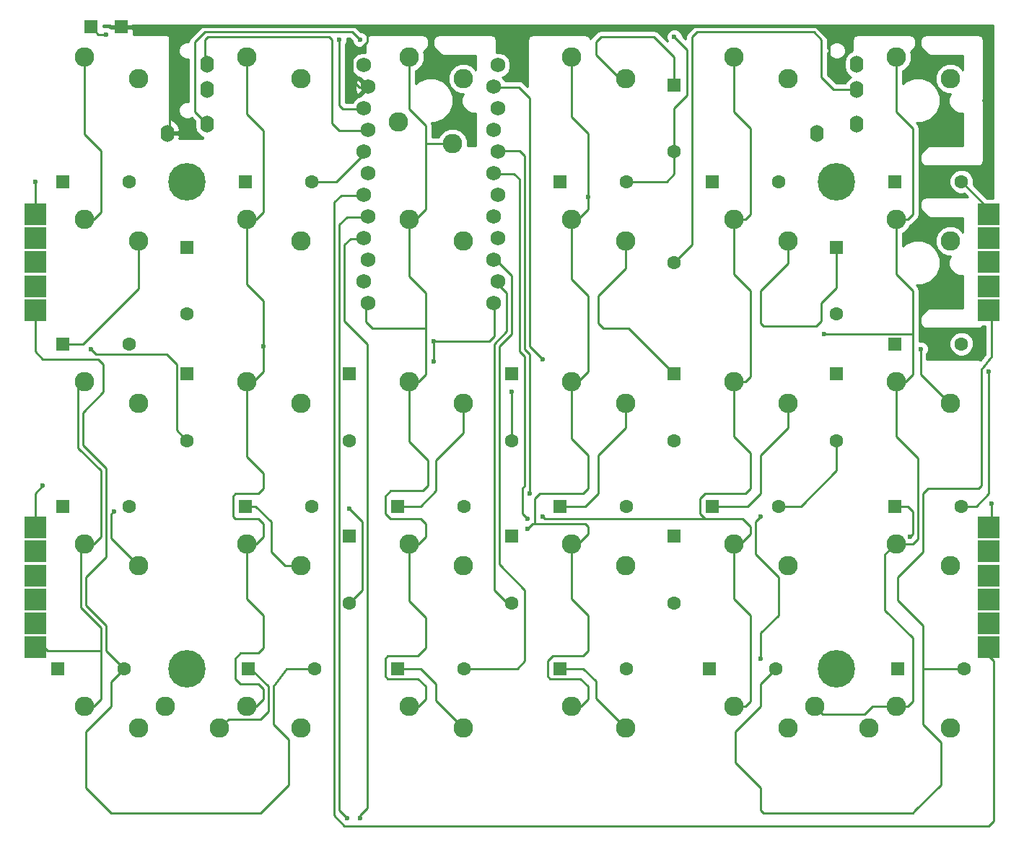
<source format=gtl>
G04 #@! TF.FileFunction,Copper,L1,Top,Signal*
%FSLAX46Y46*%
G04 Gerber Fmt 4.6, Leading zero omitted, Abs format (unit mm)*
G04 Created by KiCad (PCBNEW 4.0.7-e2-6376~58~ubuntu16.04.1) date Tue Jan  1 19:30:17 2019*
%MOMM*%
%LPD*%
G01*
G04 APERTURE LIST*
%ADD10C,0.100000*%
%ADD11C,2.286000*%
%ADD12R,1.600000X1.600000*%
%ADD13C,1.600000*%
%ADD14C,4.400000*%
%ADD15O,1.600000X2.000000*%
%ADD16R,2.500000X2.500000*%
%ADD17C,1.752600*%
%ADD18C,0.600000*%
%ADD19C,0.250000*%
%ADD20C,0.254000*%
G04 APERTURE END LIST*
D10*
D11*
X190341250Y-125888750D03*
X196691250Y-128428750D03*
X209391250Y-125888750D03*
X215741250Y-128428750D03*
D12*
X110995803Y-140494349D03*
D13*
X118795803Y-140494349D03*
D14*
X126206250Y-83343750D03*
X126206788Y-140494349D03*
X202407114Y-140494349D03*
X202406250Y-83343750D03*
D12*
X111590625Y-121443750D03*
D13*
X119390625Y-121443750D03*
D12*
X111590625Y-83343750D03*
D13*
X119390625Y-83343750D03*
D12*
X133021875Y-83343750D03*
D13*
X140821875Y-83343750D03*
D12*
X169931250Y-83343750D03*
D13*
X177731250Y-83343750D03*
D12*
X183357032Y-72002668D03*
D13*
X183357032Y-79802668D03*
D12*
X187790625Y-83343750D03*
D13*
X195590625Y-83343750D03*
D12*
X209221875Y-83343750D03*
D13*
X217021875Y-83343750D03*
D12*
X111590625Y-102393750D03*
D13*
X119390625Y-102393750D03*
D12*
X126206788Y-91052749D03*
D13*
X126206788Y-98852749D03*
D12*
X164306951Y-105935625D03*
D13*
X164306951Y-113735625D03*
D12*
X183357032Y-105935625D03*
D13*
X183357032Y-113735625D03*
D12*
X202407114Y-91052749D03*
D13*
X202407114Y-98852749D03*
D12*
X209222784Y-102394187D03*
D13*
X217022784Y-102394187D03*
D12*
X126206788Y-105935625D03*
D13*
X126206788Y-113735625D03*
D12*
X145256870Y-105935625D03*
D13*
X145256870Y-113735625D03*
D12*
X150881250Y-121443750D03*
D13*
X158681250Y-121443750D03*
D12*
X169931250Y-121443750D03*
D13*
X177731250Y-121443750D03*
D12*
X187790625Y-121443750D03*
D13*
X195590625Y-121443750D03*
D12*
X202407114Y-105935625D03*
D13*
X202407114Y-113735625D03*
D12*
X133022459Y-121444268D03*
D13*
X140822459Y-121444268D03*
D12*
X145256870Y-124985706D03*
D13*
X145256870Y-132785706D03*
D12*
X164306951Y-124985706D03*
D13*
X164306951Y-132785706D03*
D12*
X183357032Y-124985706D03*
D13*
X183357032Y-132785706D03*
D12*
X209222784Y-121444268D03*
D13*
X217022784Y-121444268D03*
D12*
X150881910Y-140494349D03*
D13*
X158681910Y-140494349D03*
D12*
X169931992Y-140494349D03*
D13*
X177731992Y-140494349D03*
D12*
X187493785Y-140494349D03*
D13*
X195293785Y-140494349D03*
D12*
X209520442Y-140494349D03*
D13*
X217320442Y-140494349D03*
D12*
X133320117Y-140494349D03*
D13*
X141120117Y-140494349D03*
D11*
X209391250Y-87788750D03*
X215741250Y-90328750D03*
X152241250Y-125888750D03*
X158591250Y-128428750D03*
X171291250Y-68738750D03*
X177641250Y-71278750D03*
X114141250Y-87788750D03*
X120491250Y-90328750D03*
X133191250Y-87788750D03*
X139541250Y-90328750D03*
X152241250Y-87788750D03*
X158591250Y-90328750D03*
X190341250Y-87788750D03*
X196691250Y-90328750D03*
X114141250Y-106838750D03*
X120491250Y-109378750D03*
X133191250Y-106838750D03*
X139541250Y-109378750D03*
X152241250Y-106838750D03*
X158591250Y-109378750D03*
X190341250Y-106838750D03*
X196691250Y-109378750D03*
X209391250Y-106838750D03*
X215741250Y-109378750D03*
X133191250Y-125888750D03*
X139541250Y-128428750D03*
X114141250Y-125888750D03*
X120491250Y-128428750D03*
X171291250Y-87788750D03*
X177641250Y-90328750D03*
X171291250Y-106838750D03*
X177641250Y-109378750D03*
X171291250Y-125888750D03*
X177641250Y-128428750D03*
X152241910Y-144939390D03*
X158591910Y-147479390D03*
X171291992Y-144939390D03*
X177641992Y-147479390D03*
X158591250Y-71278750D03*
X152241250Y-68738750D03*
X157321250Y-78898750D03*
X150971250Y-76358750D03*
X114141250Y-68738750D03*
X120491250Y-71278750D03*
X190341250Y-68738750D03*
X196691250Y-71278750D03*
X133191250Y-68738750D03*
X139541250Y-71278750D03*
X209391250Y-68738750D03*
X215741250Y-71278750D03*
D15*
X123906788Y-77677627D03*
X128506788Y-76577627D03*
X128506788Y-69577627D03*
X128506788Y-72577627D03*
X200107114Y-77677627D03*
X204707114Y-76577627D03*
X204707114Y-69577627D03*
X204707114Y-72577627D03*
D12*
X114895803Y-65186997D03*
X118467693Y-65186997D03*
D16*
X108347337Y-123969309D03*
X108347337Y-129569309D03*
X108347337Y-126769309D03*
X108347337Y-135169309D03*
X108347337Y-132369309D03*
X108347337Y-137969309D03*
X220266565Y-123969309D03*
X220266565Y-129569309D03*
X220266565Y-126769309D03*
X220266565Y-135169309D03*
X220266565Y-132369309D03*
X220266565Y-137969309D03*
X108347337Y-95619146D03*
X108347337Y-98419146D03*
X108347337Y-90019146D03*
X108347337Y-92819146D03*
X108347337Y-87219146D03*
X220266565Y-95619146D03*
X220266565Y-98419146D03*
X220266565Y-90019146D03*
X220266565Y-92819146D03*
X220266565Y-87219146D03*
D13*
X183357032Y-92869146D03*
D11*
X114141748Y-144939390D03*
X120491748Y-147479390D03*
X139541788Y-147479390D03*
X133191788Y-144939390D03*
X123666788Y-144939390D03*
X130016788Y-147479390D03*
X190342073Y-144939390D03*
X196692073Y-147479390D03*
X215742114Y-147479390D03*
X209392114Y-144939390D03*
X199867114Y-144939390D03*
X206217114Y-147479390D03*
D17*
X146926400Y-69705000D03*
X147383600Y-72245000D03*
X146926400Y-74785000D03*
X147383600Y-77325000D03*
X146926400Y-79865000D03*
X147383600Y-82405000D03*
X146926400Y-84945000D03*
X147383600Y-87485000D03*
X146926400Y-90025000D03*
X147383600Y-92565000D03*
X146926400Y-95105000D03*
X162166400Y-97645000D03*
X162623600Y-95105000D03*
X162166400Y-92565000D03*
X162623600Y-90025000D03*
X162166400Y-87485000D03*
X162623600Y-84945000D03*
X162166400Y-82405000D03*
X162623600Y-79865000D03*
X162166400Y-77325000D03*
X162623600Y-74785000D03*
X162166400Y-72245000D03*
X147383600Y-97645000D03*
X162623600Y-69705000D03*
D18*
X108347337Y-83344106D03*
X183357032Y-66377627D03*
X164306951Y-108049680D03*
X108347337Y-90019146D03*
X220564222Y-90019146D03*
X155079568Y-102096529D03*
X155079568Y-104477790D03*
X108347337Y-92819146D03*
X114895803Y-102989502D03*
X220564222Y-92819146D03*
X193477388Y-122634898D03*
X193477388Y-139303719D03*
X145256870Y-121741926D03*
X108347337Y-95619146D03*
X220266565Y-105668420D03*
X220564222Y-95619146D03*
X117574720Y-122039583D03*
X201514141Y-69651860D03*
X135136514Y-102691844D03*
X108942652Y-135136514D03*
X108347337Y-132369309D03*
X173236677Y-85130051D03*
X108347337Y-129569309D03*
X166092896Y-124123186D03*
X108347337Y-126769309D03*
X167878841Y-122634898D03*
X116681748Y-66079969D03*
X144066240Y-66675284D03*
X212229812Y-102989502D03*
X211039182Y-125016158D03*
X109240310Y-119063008D03*
X200918826Y-101203557D03*
X220266565Y-135169309D03*
X144959212Y-158056143D03*
X220266565Y-132369309D03*
X146447500Y-158056143D03*
X220266565Y-129569309D03*
X166092896Y-122932556D03*
X220564222Y-126769309D03*
X166390554Y-119955981D03*
X220564222Y-121146611D03*
X167878841Y-104180132D03*
X146447500Y-66675284D03*
D19*
X140821875Y-83343750D02*
X143685636Y-83343750D01*
X143685636Y-83343750D02*
X147161910Y-79867476D01*
X183357032Y-79802668D02*
X183357032Y-82451134D01*
X182464416Y-83343750D02*
X177731250Y-83343750D01*
X183357032Y-82451134D02*
X182464416Y-83343750D01*
X108347337Y-87219146D02*
X108347337Y-83344106D01*
X183357032Y-74712038D02*
X183357032Y-79802668D01*
X184845320Y-67865915D02*
X184845320Y-73223750D01*
X184845320Y-73223750D02*
X183357032Y-74712038D01*
X183357032Y-66377627D02*
X184845320Y-67865915D01*
X119390625Y-83343750D02*
X119390625Y-83909461D01*
X220564222Y-87219146D02*
X220564222Y-86886097D01*
X220564222Y-86886097D02*
X217021875Y-83343750D01*
X177641250Y-71278750D02*
X176947169Y-71278750D01*
X176947169Y-71278750D02*
X174129649Y-68461230D01*
X174129649Y-68461230D02*
X174129649Y-66972942D01*
X174129649Y-66972942D02*
X174724964Y-66377627D01*
X174724964Y-66377627D02*
X180975772Y-66377627D01*
X180975772Y-66377627D02*
X183357032Y-68758887D01*
X183357032Y-68758887D02*
X183357032Y-72002668D01*
X164306951Y-108049680D02*
X164306951Y-113735625D01*
X111590625Y-102393750D02*
X114003268Y-102393750D01*
X120491250Y-95905768D02*
X120491250Y-90328750D01*
X114003268Y-102393750D02*
X120491250Y-95905768D01*
X183357032Y-105935625D02*
X183326581Y-105935625D01*
X183326581Y-105935625D02*
X177999198Y-100608242D01*
X177999198Y-100608242D02*
X175022622Y-100608242D01*
X175022622Y-100608242D02*
X174427307Y-100012927D01*
X174427307Y-100012927D02*
X174427307Y-96738694D01*
X174427307Y-96738694D02*
X177641250Y-93524751D01*
X177641250Y-93524751D02*
X177641250Y-90328750D01*
X202407114Y-91052749D02*
X202407114Y-95845721D01*
X196691250Y-92929517D02*
X196691250Y-90328750D01*
X193477388Y-96143379D02*
X196691250Y-92929517D01*
X193477388Y-100012927D02*
X193477388Y-96143379D01*
X193775045Y-100310584D02*
X193477388Y-100012927D01*
X200025853Y-100310584D02*
X193775045Y-100310584D01*
X200621168Y-99715269D02*
X200025853Y-100310584D01*
X200621168Y-97631667D02*
X200621168Y-99715269D01*
X202407114Y-95845721D02*
X200621168Y-97631667D01*
X161628033Y-102096529D02*
X155079568Y-102096529D01*
X155079568Y-102096529D02*
X155079568Y-104477790D01*
X126206788Y-113735625D02*
X125016158Y-112544995D01*
X125016158Y-104775447D02*
X125016158Y-112544995D01*
X123825528Y-103584818D02*
X125016158Y-104775447D01*
X114895803Y-102989502D02*
X115491118Y-103584817D01*
X115491118Y-103584817D02*
X123825528Y-103584818D01*
X195590625Y-121443750D02*
X198240427Y-121443750D01*
X202407114Y-117277063D02*
X202407114Y-113735625D01*
X198240427Y-121443750D02*
X202407114Y-117277063D01*
X162223348Y-101501214D02*
X161628033Y-102096529D01*
X162401910Y-97647476D02*
X162401910Y-98048420D01*
X162401910Y-98048420D02*
X162223348Y-98226982D01*
X162223348Y-98226982D02*
X162223348Y-100012927D01*
X162223348Y-100012927D02*
X162223348Y-101501214D01*
X150881250Y-121443750D02*
X153591798Y-121443750D01*
X158591250Y-112872408D02*
X158591250Y-109378750D01*
X155377225Y-116086433D02*
X158591250Y-112872408D01*
X155377225Y-119658323D02*
X155377225Y-116086433D01*
X153591798Y-121443750D02*
X155377225Y-119658323D01*
X169931250Y-121443750D02*
X172939537Y-121443750D01*
X177641250Y-112277174D02*
X177641250Y-109378750D01*
X174427307Y-115491117D02*
X177641250Y-112277174D01*
X174427307Y-119955980D02*
X174427307Y-115491117D01*
X172939537Y-121443750D02*
X174427307Y-119955980D01*
X187790625Y-121443750D02*
X191989619Y-121443750D01*
X196691250Y-112277256D02*
X196691250Y-109378750D01*
X193477388Y-115491118D02*
X196691250Y-112277256D01*
X193477388Y-119955981D02*
X193477388Y-115491118D01*
X191989619Y-121443750D02*
X193477388Y-119955981D01*
X162401910Y-95107476D02*
X162401910Y-95131310D01*
X162401910Y-95131310D02*
X163711636Y-96441036D01*
X163711636Y-96441036D02*
X163711636Y-100905899D01*
X163711636Y-100905899D02*
X162223348Y-102394187D01*
X162223348Y-102394187D02*
X162223348Y-131266966D01*
X162223348Y-131266966D02*
X163742088Y-132785706D01*
X163742088Y-132785706D02*
X164306951Y-132785706D01*
X192882073Y-123230213D02*
X192882073Y-127099761D01*
X193477388Y-122634898D02*
X192882073Y-123230213D01*
X193477388Y-136327144D02*
X193477388Y-139303719D01*
X195560991Y-134243541D02*
X193477388Y-136327144D01*
X195560991Y-129778679D02*
X195560991Y-134243541D01*
X192882073Y-127099761D02*
X195560991Y-129778679D01*
X146745157Y-131297419D02*
X145256870Y-132785706D01*
X146745157Y-123230213D02*
X146745157Y-131297419D01*
X145256870Y-121741926D02*
X146745157Y-123230213D01*
X217022784Y-121444268D02*
X218778278Y-121444268D01*
X220266565Y-119955981D02*
X218778278Y-121444268D01*
X220266565Y-119955981D02*
X220266565Y-105668420D01*
X117574720Y-122039583D02*
X117277063Y-122337240D01*
X117277063Y-122337240D02*
X117277063Y-125214563D01*
X117277063Y-125214563D02*
X120491250Y-128428750D01*
X133022459Y-121444268D02*
X134243541Y-121444268D01*
X137656133Y-128428750D02*
X139541250Y-128428750D01*
X136029487Y-126802104D02*
X137656133Y-128428750D01*
X136029487Y-123230214D02*
X136029487Y-126802104D01*
X134243541Y-121444268D02*
X136029487Y-123230214D01*
X201514141Y-68758887D02*
X201514141Y-69651860D01*
X118467693Y-65186997D02*
X124123186Y-65186997D01*
X147340472Y-65186997D02*
X147333442Y-65186997D01*
X200025853Y-65186997D02*
X201514141Y-66675285D01*
X147340472Y-65186997D02*
X200025853Y-65186997D01*
X201514141Y-68758887D02*
X201514141Y-66675285D01*
X147333442Y-65186997D02*
X147340472Y-66972942D01*
X147340472Y-66972942D02*
X147340472Y-66972941D01*
X200323511Y-77461230D02*
X200107114Y-77677627D01*
X147161910Y-72247476D02*
X146364199Y-72247476D01*
X124123186Y-66675284D02*
X124123186Y-77461229D01*
X147340472Y-65186997D02*
X124123186Y-65186997D01*
X124123186Y-65186997D02*
X124123186Y-66675284D01*
X147343987Y-66976457D02*
X147340472Y-66972942D01*
X146364199Y-72247476D02*
X145554527Y-71437805D01*
X145554527Y-71437805D02*
X145554527Y-68758887D01*
X145554527Y-68758887D02*
X145554527Y-68758887D01*
X145554527Y-68758887D02*
X147343987Y-66976457D01*
X124123186Y-77461229D02*
X123906788Y-77677627D01*
X143173267Y-68163572D02*
X143173267Y-67568257D01*
X147161910Y-77327476D02*
X144002761Y-77327476D01*
X144002761Y-77327476D02*
X143173267Y-76497982D01*
X143173267Y-76497982D02*
X143173267Y-68163572D01*
X128290391Y-66675284D02*
X128290391Y-69361230D01*
X128588049Y-66377627D02*
X128290391Y-66675284D01*
X142875610Y-66377627D02*
X128588049Y-66377627D01*
X143173267Y-66675284D02*
X142875610Y-66377627D01*
X143173267Y-68163572D02*
X143173267Y-66675284D01*
X128290391Y-69361230D02*
X128506788Y-69577627D01*
X114141250Y-68738750D02*
X114141250Y-77827033D01*
X116086433Y-86915996D02*
X115213679Y-87788750D01*
X116086433Y-79772216D02*
X116086433Y-86915996D01*
X114141250Y-77827033D02*
X116086433Y-79772216D01*
X115213679Y-87788750D02*
X114141250Y-87788750D01*
X114141250Y-125888750D02*
X115213841Y-125888750D01*
X115213841Y-125888750D02*
X116086433Y-125016158D01*
X113407515Y-114598145D02*
X113407515Y-107572485D01*
X116086433Y-117277063D02*
X113407515Y-114598145D01*
X116086433Y-125016158D02*
X116086433Y-117277063D01*
X113407515Y-107572485D02*
X114141250Y-106838750D01*
X108347337Y-137969309D02*
X109394187Y-137969309D01*
X109394187Y-137969309D02*
X109835625Y-138410747D01*
X109835625Y-138410747D02*
X116086433Y-138410747D01*
X114141748Y-144939390D02*
X115213282Y-144939390D01*
X115213282Y-144939390D02*
X116086433Y-144066239D01*
X116086433Y-144066239D02*
X116086433Y-138410747D01*
X116086433Y-138410747D02*
X116086433Y-135731829D01*
X116086433Y-135731829D02*
X113705173Y-133350569D01*
X113705173Y-133350569D02*
X113705173Y-126324827D01*
X113705173Y-126324827D02*
X114141250Y-125888750D01*
X133191250Y-106838750D02*
X133966184Y-106838750D01*
X133966184Y-106838750D02*
X135136514Y-105668420D01*
X133191250Y-95388745D02*
X133191250Y-87788750D01*
X135136514Y-97334009D02*
X133191250Y-95388745D01*
X135136514Y-105668420D02*
X135136514Y-102691844D01*
X135136514Y-102691844D02*
X135136514Y-97334009D01*
X133191250Y-87788750D02*
X134263760Y-87788750D01*
X134263760Y-87788750D02*
X135136514Y-86915996D01*
X135136514Y-86915996D02*
X135136514Y-77390956D01*
X135136514Y-77390956D02*
X133191250Y-75445692D01*
X133191250Y-75445692D02*
X133191250Y-68738750D01*
X133191829Y-144939390D02*
X134263364Y-144939390D01*
X134263364Y-144939390D02*
X135136514Y-144066240D01*
X133191250Y-132298277D02*
X133191250Y-125888750D01*
X135136514Y-134243541D02*
X133191250Y-132298277D01*
X135136514Y-144066240D02*
X135136514Y-142875610D01*
X135136514Y-142875610D02*
X134541199Y-142280295D01*
X134541199Y-142280295D02*
X132457596Y-142280295D01*
X132457596Y-142280295D02*
X131862281Y-141684980D01*
X131862281Y-141684980D02*
X131862281Y-139303719D01*
X131862281Y-139303719D02*
X132457596Y-138708404D01*
X132457596Y-138708404D02*
X134541199Y-138708404D01*
X134541199Y-138708404D02*
X135136514Y-138113089D01*
X135136514Y-138113089D02*
X135136514Y-134243541D01*
X133191250Y-106838750D02*
X133191250Y-115629456D01*
X135136514Y-125016158D02*
X134263922Y-125888750D01*
X135136514Y-123527871D02*
X135136514Y-125016158D01*
X134541199Y-122932556D02*
X135136514Y-123527871D01*
X131862281Y-122932556D02*
X134541199Y-122932556D01*
X131564624Y-122634899D02*
X131862281Y-122932556D01*
X131564624Y-120253638D02*
X131564624Y-122634899D01*
X131862281Y-119955981D02*
X131564624Y-120253638D01*
X134541199Y-119955981D02*
X131862281Y-119955981D01*
X135136514Y-119360666D02*
X134541199Y-119955981D01*
X135136514Y-117574720D02*
X135136514Y-119360666D01*
X133191250Y-115629456D02*
X135136514Y-117574720D01*
X134263922Y-125888750D02*
X133191250Y-125888750D01*
X152241250Y-125888750D02*
X153314003Y-125888750D01*
X153314003Y-125888750D02*
X154186595Y-125016158D01*
X152241250Y-113843430D02*
X152241250Y-106838750D01*
X154484253Y-116086433D02*
X152241250Y-113843430D01*
X154484253Y-119063008D02*
X154484253Y-116086433D01*
X153888938Y-119658323D02*
X154484253Y-119063008D01*
X150019390Y-119658323D02*
X153888938Y-119658323D01*
X149424075Y-120253638D02*
X150019390Y-119658323D01*
X149424075Y-122337241D02*
X149424075Y-120253638D01*
X150019390Y-122932556D02*
X149424075Y-122337241D01*
X153591280Y-122932556D02*
X150019390Y-122932556D01*
X154186595Y-123527871D02*
X153591280Y-122932556D01*
X154186595Y-125016158D02*
X154186595Y-123527871D01*
X157321250Y-78898750D02*
X154186595Y-78898750D01*
X154186595Y-78898750D02*
X154186595Y-79176900D01*
X152241250Y-87788750D02*
X153016183Y-87788750D01*
X153016183Y-87788750D02*
X154186595Y-86618338D01*
X152241250Y-74850295D02*
X152241250Y-68738750D01*
X154186595Y-76795640D02*
X152241250Y-74850295D01*
X154186595Y-86618338D02*
X154186595Y-79176900D01*
X154186595Y-79176900D02*
X154186595Y-76795640D01*
X152241250Y-106838750D02*
X153313922Y-106838750D01*
X153313922Y-106838750D02*
X154186595Y-105966077D01*
X152241250Y-94495691D02*
X152241250Y-87788750D01*
X152241910Y-144939390D02*
X153313445Y-144939390D01*
X153313445Y-144939390D02*
X154186595Y-144066240D01*
X152241250Y-132595853D02*
X152241250Y-125888750D01*
X154186595Y-134541198D02*
X152241250Y-132595853D01*
X154186595Y-138113089D02*
X154186595Y-134541198D01*
X153293622Y-139006062D02*
X154186595Y-138113089D01*
X149721733Y-139006062D02*
X153293622Y-139006062D01*
X149424075Y-139303720D02*
X149721733Y-139006062D01*
X149424075Y-141387322D02*
X149424075Y-139303720D01*
X149721733Y-141684980D02*
X149424075Y-141387322D01*
X153293623Y-141684980D02*
X149721733Y-141684980D01*
X154186595Y-142577952D02*
X153293623Y-141684980D01*
X154186595Y-144066240D02*
X154186595Y-142577952D01*
X154186595Y-105966077D02*
X154186595Y-100608242D01*
X154186595Y-96441036D02*
X152241250Y-94495691D01*
X147161910Y-97647476D02*
X147161910Y-99834365D01*
X147935787Y-100608242D02*
X154186595Y-100608242D01*
X147161910Y-99834365D02*
X147935787Y-100608242D01*
X154186595Y-100608242D02*
X154186595Y-96441036D01*
X171291250Y-87788750D02*
X172066265Y-87788750D01*
X172066265Y-87788750D02*
X173236677Y-86618338D01*
X171291250Y-75743186D02*
X171291250Y-68738750D01*
X173236677Y-77688613D02*
X171291250Y-75743186D01*
X173236677Y-86618338D02*
X173236677Y-85130051D01*
X173236677Y-85130051D02*
X173236677Y-77688613D01*
X171291250Y-106838750D02*
X172066347Y-106838750D01*
X172066347Y-106838750D02*
X173236677Y-105668420D01*
X173236677Y-105668420D02*
X173236677Y-100608242D01*
X171291250Y-94793267D02*
X171291250Y-87788750D01*
X173236677Y-100608242D02*
X173236677Y-96738694D01*
X173236677Y-96738694D02*
X171291250Y-94793267D01*
X171291992Y-144939390D02*
X172363527Y-144939390D01*
X172363527Y-144939390D02*
X173236677Y-144066240D01*
X171291250Y-132298115D02*
X171291250Y-125888750D01*
X173236677Y-134243542D02*
X171291250Y-132298115D01*
X173236677Y-138410747D02*
X173236677Y-134243542D01*
X172641362Y-139006062D02*
X173236677Y-138410747D01*
X169069471Y-139006062D02*
X172641362Y-139006062D01*
X168474156Y-139601377D02*
X169069471Y-139006062D01*
X168474156Y-141387322D02*
X168474156Y-139601377D01*
X168771814Y-141684980D02*
X168474156Y-141387322D01*
X172343705Y-141684980D02*
X168771814Y-141684980D01*
X173236677Y-142577952D02*
X172343705Y-141684980D01*
X173236677Y-144066240D02*
X173236677Y-142577952D01*
X166688211Y-123527871D02*
X166985869Y-123527871D01*
X166092896Y-124123186D02*
X166688211Y-123527871D01*
X172065869Y-144939390D02*
X171291992Y-144939390D01*
X173236677Y-115491118D02*
X173236677Y-119360666D01*
X171291250Y-106838750D02*
X171291250Y-113545691D01*
X173236677Y-115491118D02*
X171291250Y-113545691D01*
X173236677Y-124718500D02*
X172066427Y-125888750D01*
X173236677Y-123825528D02*
X173236677Y-124718500D01*
X172939020Y-123527871D02*
X173236677Y-123825528D01*
X166985869Y-123527871D02*
X172939020Y-123527871D01*
X166985869Y-120551295D02*
X166985869Y-123527871D01*
X167581184Y-119955981D02*
X166985869Y-120551295D01*
X172641362Y-119955981D02*
X167581184Y-119955981D01*
X173236677Y-119360666D02*
X172641362Y-119955981D01*
X171291250Y-125888750D02*
X172066427Y-125888750D01*
X186928923Y-122932556D02*
X168176499Y-122932556D01*
X167878842Y-122634898D02*
X167878841Y-122634898D01*
X168176499Y-122932556D02*
X167878842Y-122634898D01*
X190341250Y-106838750D02*
X190341250Y-113247953D01*
X192286758Y-124718501D02*
X191116509Y-125888750D01*
X192286758Y-123825528D02*
X192286758Y-124718501D01*
X191393786Y-122932556D02*
X192286758Y-123825528D01*
X186928923Y-122932556D02*
X191393786Y-122932556D01*
X186333608Y-122337241D02*
X186928923Y-122932556D01*
X186333608Y-120551296D02*
X186333608Y-122337241D01*
X186928923Y-119955981D02*
X186333608Y-120551296D01*
X191691443Y-119955981D02*
X186928923Y-119955981D01*
X192286758Y-119360666D02*
X191691443Y-119955981D01*
X192286758Y-115193461D02*
X192286758Y-119360666D01*
X190341250Y-113247953D02*
X192286758Y-115193461D01*
X191116509Y-125888750D02*
X190341250Y-125888750D01*
X190341250Y-125888750D02*
X190341250Y-132298034D01*
X191711265Y-144939390D02*
X190342073Y-144939390D01*
X192286758Y-144363897D02*
X191711265Y-144939390D01*
X192286758Y-134243542D02*
X192286758Y-144363897D01*
X190341250Y-132298034D02*
X192286758Y-134243542D01*
X190341250Y-87788750D02*
X190341250Y-94197871D01*
X191711743Y-106838750D02*
X190341250Y-106838750D01*
X192286758Y-106263735D02*
X191711743Y-106838750D01*
X192286758Y-96143379D02*
X192286758Y-106263735D01*
X190341250Y-94197871D02*
X192286758Y-96143379D01*
X190341250Y-68738750D02*
X190341250Y-75147790D01*
X191711661Y-87788750D02*
X190341250Y-87788750D01*
X192286758Y-87213653D02*
X191711661Y-87788750D01*
X192286758Y-77093298D02*
X192286758Y-87213653D01*
X190341250Y-75147790D02*
X192286758Y-77093298D01*
X147161910Y-74787476D02*
X144439336Y-74787476D01*
X116681748Y-66079969D02*
X115788775Y-66079969D01*
X144066240Y-74414380D02*
X144066240Y-66675284D01*
X144439336Y-74787476D02*
X144066240Y-74414380D01*
X115788775Y-66079969D02*
X114895803Y-65186997D01*
X215741250Y-109378750D02*
X215642485Y-109378750D01*
X215642485Y-109378750D02*
X212229812Y-105966077D01*
X212229812Y-105966077D02*
X212229812Y-102989502D01*
X209222784Y-121444268D02*
X210741524Y-121444268D01*
X211336840Y-122039584D02*
X211336839Y-124718501D01*
X211336839Y-124718501D02*
X211039182Y-125016158D01*
X210741524Y-121444268D02*
X211336840Y-122039584D01*
X209392114Y-144939390D02*
X206594141Y-144939390D01*
X200779909Y-145852185D02*
X199867114Y-144939390D01*
X205681346Y-145852185D02*
X200779909Y-145852185D01*
X206594141Y-144939390D02*
X205681346Y-145852185D01*
X108347337Y-123969309D02*
X108347337Y-119955981D01*
X108347337Y-119955981D02*
X109240310Y-119063008D01*
X200918826Y-101203557D02*
X201811799Y-101203557D01*
X201811799Y-101203557D02*
X211336839Y-101203557D01*
X209391250Y-106838750D02*
X209391250Y-113247871D01*
X209391250Y-113247871D02*
X211932154Y-115788776D01*
X211932154Y-115788776D02*
X211932154Y-125313816D01*
X211932154Y-125313816D02*
X211336839Y-125909131D01*
X211336839Y-125909131D02*
X209391250Y-125888750D01*
X209391250Y-125888750D02*
X208062606Y-127099762D01*
X208062606Y-127099762D02*
X208062606Y-133648226D01*
X210761346Y-144939390D02*
X209392154Y-144939390D01*
X211336839Y-144363897D02*
X210761346Y-144939390D01*
X211336839Y-136922459D02*
X211336839Y-144363897D01*
X208062606Y-133648226D02*
X211336839Y-136922459D01*
X209391250Y-87788750D02*
X209391250Y-94197790D01*
X209391250Y-94197790D02*
X211336839Y-96143379D01*
X211336839Y-96143379D02*
X211336839Y-101203557D01*
X211336839Y-101203557D02*
X211336839Y-105966077D01*
X211336839Y-105966077D02*
X210464166Y-106838750D01*
X210464166Y-106838750D02*
X209391250Y-106838750D01*
X209391250Y-68738750D02*
X209391250Y-75147709D01*
X210761742Y-87788750D02*
X209391250Y-87788750D01*
X211336839Y-87213653D02*
X210761742Y-87788750D01*
X211336839Y-77093298D02*
X211336839Y-87213653D01*
X209391250Y-75147709D02*
X211336839Y-77093298D01*
X114300488Y-154484253D02*
X114300488Y-147935787D01*
X117277063Y-157460828D02*
X114300488Y-154484253D01*
X134838857Y-157460828D02*
X117277063Y-157460828D01*
X135136514Y-157163171D02*
X134838857Y-157460828D01*
X138113089Y-154186595D02*
X135136514Y-157163171D01*
X138113089Y-151507677D02*
X138113089Y-154186595D01*
X138113089Y-148828760D02*
X138113089Y-151507677D01*
X136327144Y-147042815D02*
X138113089Y-148828760D01*
X136327144Y-142577952D02*
X136327144Y-147042815D01*
X114300488Y-147935787D02*
X117277063Y-144959212D01*
X136327144Y-142577952D02*
X136327144Y-142577952D01*
X137815432Y-140494349D02*
X136327144Y-142577952D01*
X141120117Y-140494349D02*
X137815432Y-140494349D01*
X117277063Y-142013089D02*
X118795803Y-140494349D01*
X117277063Y-144959212D02*
X117277063Y-142013089D01*
X162401910Y-92567476D02*
X162516993Y-92567476D01*
X162516993Y-92567476D02*
X164306951Y-94357434D01*
X164306951Y-94357434D02*
X164306951Y-101203556D01*
X164306951Y-101203556D02*
X162818663Y-102691844D01*
X162818663Y-102691844D02*
X162818663Y-128290390D01*
X162818663Y-128290390D02*
X165795239Y-131266966D01*
X165795239Y-131266966D02*
X165795239Y-139601376D01*
X165795239Y-139601376D02*
X164902266Y-140494349D01*
X164902266Y-140494349D02*
X158681910Y-140494349D01*
X212527469Y-140494349D02*
X212527469Y-147042815D01*
X193477388Y-142310746D02*
X195293785Y-140494349D01*
X193477388Y-144959212D02*
X193477388Y-142310746D01*
X190500813Y-147935787D02*
X193477388Y-144959212D01*
X190500813Y-151507678D02*
X190500813Y-147935787D01*
X193477388Y-154484253D02*
X190500813Y-151507678D01*
X193477388Y-157163171D02*
X193477388Y-154484253D01*
X193775045Y-157460828D02*
X193477388Y-157163171D01*
X211336839Y-157460828D02*
X193775045Y-157460828D01*
X211634497Y-157163170D02*
X211336839Y-157460828D01*
X214611072Y-154186595D02*
X211634497Y-157163170D01*
X214611072Y-153888938D02*
X214611072Y-154186595D01*
X214611072Y-149126418D02*
X214611072Y-153888938D01*
X212527469Y-147042815D02*
X214611072Y-149126418D01*
X108347337Y-98419146D02*
X108347337Y-103287159D01*
X116384090Y-108049680D02*
X114002830Y-110430940D01*
X116384090Y-104775447D02*
X116384090Y-108049680D01*
X115788775Y-104180132D02*
X116384090Y-104775447D01*
X114002830Y-110430940D02*
X114002830Y-114300488D01*
X114002830Y-114300488D02*
X116681748Y-116979405D01*
X116681748Y-116979405D02*
X116681748Y-127397419D01*
X116681748Y-127397419D02*
X114300488Y-129778679D01*
X114300488Y-129778679D02*
X114300488Y-133052912D01*
X114300488Y-133052912D02*
X116681748Y-135434172D01*
X116681748Y-135434172D02*
X116681748Y-138380294D01*
X116681748Y-138380294D02*
X118795803Y-140494349D01*
X109240310Y-104180132D02*
X115788775Y-104180132D01*
X108347337Y-103287159D02*
X109240310Y-104180132D01*
X220564222Y-98419146D02*
X220564222Y-103882474D01*
X220564222Y-103882474D02*
X219373592Y-105370762D01*
X219373592Y-105370762D02*
X219373592Y-119063008D01*
X209550894Y-129778679D02*
X209550894Y-132457596D01*
X212527469Y-126802104D02*
X209550894Y-129778679D01*
X212527469Y-119955981D02*
X212527469Y-126802104D01*
X213122784Y-119360666D02*
X212527469Y-119955981D01*
X219075935Y-119360666D02*
X213122784Y-119360666D01*
X219373592Y-119063008D02*
X219075935Y-119360666D01*
X209550894Y-132457596D02*
X212527469Y-135434172D01*
X212527469Y-135434172D02*
X212527469Y-140494349D01*
X212527469Y-140494349D02*
X217320442Y-140494349D01*
X133320117Y-140494349D02*
X133648226Y-140494349D01*
X133648226Y-140494349D02*
X135731829Y-142577952D01*
X131048678Y-146447500D02*
X130016788Y-147479390D01*
X134838857Y-146447500D02*
X131048678Y-146447500D01*
X135731829Y-145554528D02*
X134838857Y-146447500D01*
X135731829Y-142577952D02*
X135731829Y-145554528D01*
X150881910Y-140494349D02*
X153591280Y-140494349D01*
X155377225Y-144264705D02*
X158591910Y-147479390D01*
X155377225Y-142280294D02*
X155377225Y-144264705D01*
X153591280Y-140494349D02*
X155377225Y-142280294D01*
X169931992Y-140494349D02*
X172641361Y-140494349D01*
X174129649Y-143967047D02*
X177641992Y-147479390D01*
X174129649Y-141982637D02*
X174129649Y-143967047D01*
X172641361Y-140494349D02*
X174129649Y-141982637D01*
X204707114Y-72577627D02*
X202058648Y-72577627D01*
X202058648Y-72577627D02*
X200621168Y-71140147D01*
X200621168Y-71140147D02*
X200621168Y-66675284D01*
X200621168Y-66675284D02*
X199728196Y-65782312D01*
X199728196Y-65782312D02*
X186035950Y-65782312D01*
X186035950Y-65782312D02*
X185440635Y-66377627D01*
X185440635Y-66377627D02*
X185440635Y-90785543D01*
X185440635Y-90785543D02*
X183357032Y-92869146D01*
X220266565Y-137969309D02*
X220266565Y-139006062D01*
X220266565Y-139006062D02*
X220861880Y-139601377D01*
X220861880Y-139601377D02*
X220861880Y-158353801D01*
X220861880Y-158353801D02*
X220266565Y-158949116D01*
X220266565Y-158949116D02*
X144661555Y-158949116D01*
X144661555Y-158949116D02*
X143470925Y-157758486D01*
X143470925Y-157758486D02*
X143470925Y-85725365D01*
X143470925Y-85725365D02*
X144248814Y-84947476D01*
X144248814Y-84947476D02*
X147161910Y-84947476D01*
X147161910Y-87487476D02*
X144983047Y-87487476D01*
X144066240Y-88404283D02*
X144983047Y-87487476D01*
X144066240Y-157163171D02*
X144066240Y-88404283D01*
X144959212Y-158056143D02*
X144066240Y-157163171D01*
X147161910Y-90027476D02*
X145419622Y-90027476D01*
X144661555Y-90785543D02*
X145419622Y-90027476D01*
X144661555Y-99715269D02*
X144661555Y-90785543D01*
X147340472Y-102394186D02*
X144661555Y-99715269D01*
X146447500Y-157758485D02*
X147340472Y-156865513D01*
X147340472Y-156865513D02*
X147340472Y-102394186D01*
X146447500Y-158056143D02*
X146447500Y-157758485D01*
X162401910Y-82407476D02*
X164560952Y-82407476D01*
X165199924Y-83046448D02*
X164560952Y-82407476D01*
X165795239Y-103882474D02*
X165199924Y-103287159D01*
X165199924Y-103287159D02*
X165199924Y-83046448D01*
X166092896Y-122932556D02*
X165497581Y-122337241D01*
X165497581Y-122337241D02*
X165497581Y-119360666D01*
X165497581Y-119360666D02*
X165795239Y-119063008D01*
X165795239Y-119063008D02*
X165795239Y-103882474D01*
X162497171Y-79772215D02*
X165199924Y-79772215D01*
X166390554Y-118765350D02*
X166390554Y-119955981D01*
X166390554Y-118765350D02*
X166390554Y-118765350D01*
X165795239Y-80367530D02*
X165795239Y-102989501D01*
X165795239Y-102989501D02*
X166390554Y-103584816D01*
X166390554Y-103584816D02*
X166390554Y-118765350D01*
X165199924Y-79772215D02*
X165795239Y-80367530D01*
X162497171Y-79772215D02*
X162401910Y-79867476D01*
X220564222Y-123969309D02*
X220564222Y-121146611D01*
X165116623Y-72247476D02*
X162401910Y-72247476D01*
X166390554Y-73521407D02*
X165116623Y-72247476D01*
X167878841Y-104180132D02*
X166390554Y-102691844D01*
X166390554Y-102691844D02*
X166390554Y-73521407D01*
X127099761Y-75170600D02*
X128506788Y-76577627D01*
X127099761Y-66972942D02*
X127099761Y-75170600D01*
X128290391Y-65782312D02*
X127099761Y-66972942D01*
X145554527Y-65782312D02*
X128290391Y-65782312D01*
X146447500Y-66675284D02*
X145554527Y-65782312D01*
D20*
G36*
X117191443Y-65059997D02*
X118340693Y-65059997D01*
X118340693Y-65039997D01*
X118594693Y-65039997D01*
X118594693Y-65059997D01*
X119743943Y-65059997D01*
X119825190Y-64978750D01*
X220771250Y-64978750D01*
X220771250Y-85321706D01*
X220074633Y-85321706D01*
X218435131Y-83682204D01*
X218456625Y-83630441D01*
X218457123Y-83059563D01*
X218239118Y-82531950D01*
X217835798Y-82127926D01*
X217308566Y-81909000D01*
X216737688Y-81908502D01*
X216210075Y-82126507D01*
X215806051Y-82529827D01*
X215587125Y-83057059D01*
X215586627Y-83627937D01*
X215804632Y-84155550D01*
X216207952Y-84559574D01*
X216735184Y-84778500D01*
X217306062Y-84778998D01*
X217360024Y-84756701D01*
X217762073Y-85158750D01*
X212931250Y-85158750D01*
X212659545Y-85212796D01*
X212429204Y-85366704D01*
X212275296Y-85597045D01*
X212221250Y-85868750D01*
X212221250Y-86368750D01*
X212275296Y-86640455D01*
X212429204Y-86870796D01*
X212929204Y-87370796D01*
X213159545Y-87524704D01*
X213431250Y-87578750D01*
X217221250Y-87578750D01*
X217221250Y-89294667D01*
X216749721Y-88822314D01*
X216096468Y-88551059D01*
X215389136Y-88550442D01*
X214735410Y-88820556D01*
X214234814Y-89320279D01*
X213963559Y-89973532D01*
X213962942Y-90680864D01*
X214233056Y-91334590D01*
X214732779Y-91835186D01*
X215386032Y-92106441D01*
X215718758Y-92106731D01*
X215525608Y-92571889D01*
X215525092Y-93163017D01*
X215750830Y-93709345D01*
X216168456Y-94127701D01*
X216714389Y-94354392D01*
X217221250Y-94354834D01*
X217221250Y-98158750D01*
X213431250Y-98158750D01*
X213159545Y-98212796D01*
X212929204Y-98366704D01*
X212429204Y-98866704D01*
X212275296Y-99097045D01*
X212221250Y-99368750D01*
X212221250Y-99868750D01*
X212275296Y-100140455D01*
X212429204Y-100370796D01*
X212659545Y-100524704D01*
X212931250Y-100578750D01*
X218931250Y-100578750D01*
X219202955Y-100524704D01*
X219433296Y-100370796D01*
X219469518Y-100316586D01*
X219804222Y-100316586D01*
X219804222Y-103615880D01*
X219257522Y-104299256D01*
X219202955Y-104262796D01*
X218931250Y-104208750D01*
X212989812Y-104208750D01*
X212989812Y-103551965D01*
X213022004Y-103519829D01*
X213164650Y-103176301D01*
X213164974Y-102804335D01*
X213112929Y-102678374D01*
X215587536Y-102678374D01*
X215805541Y-103205987D01*
X216208861Y-103610011D01*
X216736093Y-103828937D01*
X217306971Y-103829435D01*
X217834584Y-103611430D01*
X218238608Y-103208110D01*
X218457534Y-102680878D01*
X218458032Y-102110000D01*
X218240027Y-101582387D01*
X217836707Y-101178363D01*
X217309475Y-100959437D01*
X216738597Y-100958939D01*
X216210984Y-101176944D01*
X215806960Y-101580264D01*
X215588034Y-102107496D01*
X215587536Y-102678374D01*
X213112929Y-102678374D01*
X213022929Y-102460559D01*
X212760139Y-102197310D01*
X212416611Y-102054664D01*
X212096839Y-102054385D01*
X212096839Y-96143379D01*
X212038987Y-95852540D01*
X212038987Y-95852539D01*
X211874240Y-95605978D01*
X211765768Y-95497506D01*
X212451876Y-95498105D01*
X213418457Y-95098722D01*
X214158623Y-94359846D01*
X214559692Y-93393965D01*
X214560605Y-92348124D01*
X214161222Y-91381543D01*
X213422346Y-90641377D01*
X212456465Y-90240308D01*
X211410624Y-90239395D01*
X210444043Y-90638778D01*
X210151250Y-90931061D01*
X210151250Y-89398523D01*
X210397090Y-89296944D01*
X210897686Y-88797221D01*
X211022389Y-88496904D01*
X211052581Y-88490898D01*
X211299143Y-88326151D01*
X211874240Y-87751054D01*
X212038987Y-87504492D01*
X212096839Y-87213653D01*
X212096839Y-77093298D01*
X212038987Y-76802459D01*
X212038987Y-76802458D01*
X211874240Y-76555897D01*
X211765849Y-76447506D01*
X212451876Y-76448105D01*
X213418457Y-76048722D01*
X214158623Y-75309846D01*
X214559692Y-74343965D01*
X214560605Y-73298124D01*
X214161222Y-72331543D01*
X213422346Y-71591377D01*
X212456465Y-71190308D01*
X211410624Y-71189395D01*
X210444043Y-71588778D01*
X210151250Y-71881061D01*
X210151250Y-70348523D01*
X210397090Y-70246944D01*
X210897686Y-69747221D01*
X211168941Y-69093968D01*
X211169558Y-68386636D01*
X211081229Y-68172863D01*
X211433296Y-67820796D01*
X211587204Y-67590455D01*
X211641250Y-67318750D01*
X211641250Y-66818750D01*
X212221250Y-66818750D01*
X212221250Y-67318750D01*
X212275296Y-67590455D01*
X212429204Y-67820796D01*
X212929204Y-68320796D01*
X213159545Y-68474704D01*
X213431250Y-68528750D01*
X217221250Y-68528750D01*
X217221250Y-70244667D01*
X216749721Y-69772314D01*
X216096468Y-69501059D01*
X215389136Y-69500442D01*
X214735410Y-69770556D01*
X214234814Y-70270279D01*
X213963559Y-70923532D01*
X213962942Y-71630864D01*
X214233056Y-72284590D01*
X214732779Y-72785186D01*
X215386032Y-73056441D01*
X215718758Y-73056731D01*
X215525608Y-73521889D01*
X215525092Y-74113017D01*
X215750830Y-74659345D01*
X216168456Y-75077701D01*
X216714389Y-75304392D01*
X217221250Y-75304834D01*
X217221250Y-79108750D01*
X213431250Y-79108750D01*
X213159545Y-79162796D01*
X212929204Y-79316704D01*
X212429204Y-79816704D01*
X212275296Y-80047045D01*
X212221250Y-80318750D01*
X212221250Y-80818750D01*
X212275296Y-81090455D01*
X212429204Y-81320796D01*
X212659545Y-81474704D01*
X212931250Y-81528750D01*
X218931250Y-81528750D01*
X219202955Y-81474704D01*
X219433296Y-81320796D01*
X219587204Y-81090455D01*
X219641250Y-80818750D01*
X219641250Y-74068750D01*
X219591521Y-73818750D01*
X219641250Y-73568750D01*
X219641250Y-66818750D01*
X219587204Y-66547045D01*
X219433296Y-66316704D01*
X219202955Y-66162796D01*
X218931250Y-66108750D01*
X212931250Y-66108750D01*
X212659545Y-66162796D01*
X212429204Y-66316704D01*
X212275296Y-66547045D01*
X212221250Y-66818750D01*
X211641250Y-66818750D01*
X211587204Y-66547045D01*
X211433296Y-66316704D01*
X211202955Y-66162796D01*
X210931250Y-66108750D01*
X204931250Y-66108750D01*
X204659545Y-66162796D01*
X204429204Y-66316704D01*
X204275296Y-66547045D01*
X204221250Y-66818750D01*
X204221250Y-68007239D01*
X204157963Y-68019828D01*
X203692416Y-68330897D01*
X203381347Y-68796444D01*
X203272114Y-69345595D01*
X203272114Y-69809659D01*
X203381347Y-70358810D01*
X203692416Y-70824357D01*
X204071461Y-71077627D01*
X203692416Y-71330897D01*
X203381347Y-71796444D01*
X203377133Y-71817627D01*
X202373450Y-71817627D01*
X201381168Y-70825345D01*
X201381168Y-68204944D01*
X201529172Y-68563142D01*
X201820068Y-68854546D01*
X202200337Y-69012447D01*
X202612085Y-69012806D01*
X202992629Y-68855569D01*
X203284033Y-68564673D01*
X203441934Y-68184404D01*
X203442293Y-67772656D01*
X203285056Y-67392112D01*
X202994160Y-67100708D01*
X202613891Y-66942807D01*
X202202143Y-66942448D01*
X201821599Y-67099685D01*
X201530195Y-67390581D01*
X201381168Y-67749479D01*
X201381168Y-66675284D01*
X201323316Y-66384445D01*
X201158569Y-66137883D01*
X200265597Y-65244911D01*
X200019035Y-65080164D01*
X199728196Y-65022312D01*
X186035950Y-65022312D01*
X185745111Y-65080164D01*
X185498549Y-65244911D01*
X184903234Y-65840226D01*
X184738487Y-66086788D01*
X184680635Y-66377627D01*
X184680635Y-66626428D01*
X184292154Y-66237947D01*
X184292194Y-66192460D01*
X184150149Y-65848684D01*
X183887359Y-65585435D01*
X183543831Y-65442789D01*
X183171865Y-65442465D01*
X182828089Y-65584510D01*
X182564840Y-65847300D01*
X182422194Y-66190828D01*
X182421870Y-66562794D01*
X182552929Y-66879982D01*
X181513173Y-65840226D01*
X181266611Y-65675479D01*
X180975772Y-65617627D01*
X174724964Y-65617627D01*
X174434125Y-65675479D01*
X174187563Y-65840226D01*
X173592248Y-66435541D01*
X173494210Y-66582266D01*
X173487204Y-66547045D01*
X173333296Y-66316704D01*
X173102955Y-66162796D01*
X172831250Y-66108750D01*
X166831250Y-66108750D01*
X166559545Y-66162796D01*
X166329204Y-66316704D01*
X166175296Y-66547045D01*
X166121250Y-66818750D01*
X166121250Y-72177301D01*
X165654024Y-71710075D01*
X165407462Y-71545328D01*
X165116623Y-71487476D01*
X163488626Y-71487476D01*
X163448365Y-71390036D01*
X163172316Y-71113504D01*
X163478564Y-70986965D01*
X163904071Y-70562200D01*
X164134637Y-70006935D01*
X164135162Y-69405703D01*
X163905565Y-68850036D01*
X163480800Y-68424529D01*
X162925535Y-68193963D01*
X162491250Y-68193584D01*
X162491250Y-66818750D01*
X162437204Y-66547045D01*
X162283296Y-66316704D01*
X162052955Y-66162796D01*
X161781250Y-66108750D01*
X155781250Y-66108750D01*
X155509545Y-66162796D01*
X155279204Y-66316704D01*
X155125296Y-66547045D01*
X155071250Y-66818750D01*
X155071250Y-67318750D01*
X155125296Y-67590455D01*
X155279204Y-67820796D01*
X155779204Y-68320796D01*
X156009545Y-68474704D01*
X156281250Y-68528750D01*
X160071250Y-68528750D01*
X160071250Y-70244667D01*
X159599721Y-69772314D01*
X158946468Y-69501059D01*
X158239136Y-69500442D01*
X157585410Y-69770556D01*
X157084814Y-70270279D01*
X156813559Y-70923532D01*
X156812942Y-71630864D01*
X157083056Y-72284590D01*
X157582779Y-72785186D01*
X158236032Y-73056441D01*
X158568758Y-73056731D01*
X158375608Y-73521889D01*
X158375092Y-74113017D01*
X158600830Y-74659345D01*
X159018456Y-75077701D01*
X159564389Y-75304392D01*
X160071250Y-75304834D01*
X160071250Y-79108750D01*
X159099068Y-79108750D01*
X159099558Y-78546636D01*
X158829444Y-77892910D01*
X158329721Y-77392314D01*
X157676468Y-77121059D01*
X156969136Y-77120442D01*
X156315410Y-77390556D01*
X155814814Y-77890279D01*
X155711640Y-78138750D01*
X154946595Y-78138750D01*
X154946595Y-76795640D01*
X154888743Y-76504801D01*
X154888743Y-76504800D01*
X154850597Y-76447711D01*
X155301876Y-76448105D01*
X156268457Y-76048722D01*
X157008623Y-75309846D01*
X157409692Y-74343965D01*
X157410605Y-73298124D01*
X157011222Y-72331543D01*
X156272346Y-71591377D01*
X155306465Y-71190308D01*
X154260624Y-71189395D01*
X153294043Y-71588778D01*
X153001250Y-71881061D01*
X153001250Y-70348523D01*
X153247090Y-70246944D01*
X153747686Y-69747221D01*
X154018941Y-69093968D01*
X154019558Y-68386636D01*
X153931229Y-68172863D01*
X154283296Y-67820796D01*
X154437204Y-67590455D01*
X154491250Y-67318750D01*
X154491250Y-66818750D01*
X154437204Y-66547045D01*
X154283296Y-66316704D01*
X154052955Y-66162796D01*
X153781250Y-66108750D01*
X147781250Y-66108750D01*
X147509545Y-66162796D01*
X147304128Y-66300050D01*
X147240617Y-66146341D01*
X146977827Y-65883092D01*
X146634299Y-65740446D01*
X146587423Y-65740405D01*
X146091928Y-65244911D01*
X145845366Y-65080164D01*
X145554527Y-65022312D01*
X128290391Y-65022312D01*
X127999552Y-65080164D01*
X127752990Y-65244911D01*
X126562360Y-66435541D01*
X126397613Y-66682103D01*
X126345767Y-66942748D01*
X126001817Y-66942448D01*
X125621273Y-67099685D01*
X125329869Y-67390581D01*
X125171968Y-67770850D01*
X125171609Y-68182598D01*
X125328846Y-68563142D01*
X125619742Y-68854546D01*
X126000011Y-69012447D01*
X126339761Y-69012743D01*
X126339761Y-73942743D01*
X126001817Y-73942448D01*
X125621273Y-74099685D01*
X125329869Y-74390581D01*
X125171968Y-74770850D01*
X125171609Y-75182598D01*
X125328846Y-75563142D01*
X125619742Y-75854546D01*
X126000011Y-76012447D01*
X126411759Y-76012806D01*
X126734013Y-75879654D01*
X127093052Y-76238693D01*
X127071788Y-76345595D01*
X127071788Y-76809659D01*
X127181021Y-77358810D01*
X127492090Y-77824357D01*
X127957637Y-78135426D01*
X128021250Y-78148079D01*
X128021250Y-78305757D01*
X125252760Y-78305757D01*
X125338722Y-78030513D01*
X125186259Y-77804627D01*
X124391250Y-77804627D01*
X124391250Y-77550627D01*
X125186259Y-77550627D01*
X125338722Y-77324741D01*
X125171216Y-76788401D01*
X124811212Y-76356990D01*
X124391250Y-76136919D01*
X124391250Y-74068750D01*
X124341521Y-73818750D01*
X124391250Y-73568750D01*
X124391250Y-66818750D01*
X124337204Y-66547045D01*
X124183296Y-66316704D01*
X123952955Y-66162796D01*
X123681250Y-66108750D01*
X119902693Y-66108750D01*
X119902693Y-65472747D01*
X119743943Y-65313997D01*
X118594693Y-65313997D01*
X118594693Y-65333997D01*
X118340693Y-65333997D01*
X118340693Y-65313997D01*
X117238249Y-65313997D01*
X117212075Y-65287777D01*
X116868547Y-65145131D01*
X116496581Y-65144807D01*
X116343243Y-65208165D01*
X116343243Y-64978750D01*
X117110196Y-64978750D01*
X117191443Y-65059997D01*
X117191443Y-65059997D01*
G37*
X117191443Y-65059997D02*
X118340693Y-65059997D01*
X118340693Y-65039997D01*
X118594693Y-65039997D01*
X118594693Y-65059997D01*
X119743943Y-65059997D01*
X119825190Y-64978750D01*
X220771250Y-64978750D01*
X220771250Y-85321706D01*
X220074633Y-85321706D01*
X218435131Y-83682204D01*
X218456625Y-83630441D01*
X218457123Y-83059563D01*
X218239118Y-82531950D01*
X217835798Y-82127926D01*
X217308566Y-81909000D01*
X216737688Y-81908502D01*
X216210075Y-82126507D01*
X215806051Y-82529827D01*
X215587125Y-83057059D01*
X215586627Y-83627937D01*
X215804632Y-84155550D01*
X216207952Y-84559574D01*
X216735184Y-84778500D01*
X217306062Y-84778998D01*
X217360024Y-84756701D01*
X217762073Y-85158750D01*
X212931250Y-85158750D01*
X212659545Y-85212796D01*
X212429204Y-85366704D01*
X212275296Y-85597045D01*
X212221250Y-85868750D01*
X212221250Y-86368750D01*
X212275296Y-86640455D01*
X212429204Y-86870796D01*
X212929204Y-87370796D01*
X213159545Y-87524704D01*
X213431250Y-87578750D01*
X217221250Y-87578750D01*
X217221250Y-89294667D01*
X216749721Y-88822314D01*
X216096468Y-88551059D01*
X215389136Y-88550442D01*
X214735410Y-88820556D01*
X214234814Y-89320279D01*
X213963559Y-89973532D01*
X213962942Y-90680864D01*
X214233056Y-91334590D01*
X214732779Y-91835186D01*
X215386032Y-92106441D01*
X215718758Y-92106731D01*
X215525608Y-92571889D01*
X215525092Y-93163017D01*
X215750830Y-93709345D01*
X216168456Y-94127701D01*
X216714389Y-94354392D01*
X217221250Y-94354834D01*
X217221250Y-98158750D01*
X213431250Y-98158750D01*
X213159545Y-98212796D01*
X212929204Y-98366704D01*
X212429204Y-98866704D01*
X212275296Y-99097045D01*
X212221250Y-99368750D01*
X212221250Y-99868750D01*
X212275296Y-100140455D01*
X212429204Y-100370796D01*
X212659545Y-100524704D01*
X212931250Y-100578750D01*
X218931250Y-100578750D01*
X219202955Y-100524704D01*
X219433296Y-100370796D01*
X219469518Y-100316586D01*
X219804222Y-100316586D01*
X219804222Y-103615880D01*
X219257522Y-104299256D01*
X219202955Y-104262796D01*
X218931250Y-104208750D01*
X212989812Y-104208750D01*
X212989812Y-103551965D01*
X213022004Y-103519829D01*
X213164650Y-103176301D01*
X213164974Y-102804335D01*
X213112929Y-102678374D01*
X215587536Y-102678374D01*
X215805541Y-103205987D01*
X216208861Y-103610011D01*
X216736093Y-103828937D01*
X217306971Y-103829435D01*
X217834584Y-103611430D01*
X218238608Y-103208110D01*
X218457534Y-102680878D01*
X218458032Y-102110000D01*
X218240027Y-101582387D01*
X217836707Y-101178363D01*
X217309475Y-100959437D01*
X216738597Y-100958939D01*
X216210984Y-101176944D01*
X215806960Y-101580264D01*
X215588034Y-102107496D01*
X215587536Y-102678374D01*
X213112929Y-102678374D01*
X213022929Y-102460559D01*
X212760139Y-102197310D01*
X212416611Y-102054664D01*
X212096839Y-102054385D01*
X212096839Y-96143379D01*
X212038987Y-95852540D01*
X212038987Y-95852539D01*
X211874240Y-95605978D01*
X211765768Y-95497506D01*
X212451876Y-95498105D01*
X213418457Y-95098722D01*
X214158623Y-94359846D01*
X214559692Y-93393965D01*
X214560605Y-92348124D01*
X214161222Y-91381543D01*
X213422346Y-90641377D01*
X212456465Y-90240308D01*
X211410624Y-90239395D01*
X210444043Y-90638778D01*
X210151250Y-90931061D01*
X210151250Y-89398523D01*
X210397090Y-89296944D01*
X210897686Y-88797221D01*
X211022389Y-88496904D01*
X211052581Y-88490898D01*
X211299143Y-88326151D01*
X211874240Y-87751054D01*
X212038987Y-87504492D01*
X212096839Y-87213653D01*
X212096839Y-77093298D01*
X212038987Y-76802459D01*
X212038987Y-76802458D01*
X211874240Y-76555897D01*
X211765849Y-76447506D01*
X212451876Y-76448105D01*
X213418457Y-76048722D01*
X214158623Y-75309846D01*
X214559692Y-74343965D01*
X214560605Y-73298124D01*
X214161222Y-72331543D01*
X213422346Y-71591377D01*
X212456465Y-71190308D01*
X211410624Y-71189395D01*
X210444043Y-71588778D01*
X210151250Y-71881061D01*
X210151250Y-70348523D01*
X210397090Y-70246944D01*
X210897686Y-69747221D01*
X211168941Y-69093968D01*
X211169558Y-68386636D01*
X211081229Y-68172863D01*
X211433296Y-67820796D01*
X211587204Y-67590455D01*
X211641250Y-67318750D01*
X211641250Y-66818750D01*
X212221250Y-66818750D01*
X212221250Y-67318750D01*
X212275296Y-67590455D01*
X212429204Y-67820796D01*
X212929204Y-68320796D01*
X213159545Y-68474704D01*
X213431250Y-68528750D01*
X217221250Y-68528750D01*
X217221250Y-70244667D01*
X216749721Y-69772314D01*
X216096468Y-69501059D01*
X215389136Y-69500442D01*
X214735410Y-69770556D01*
X214234814Y-70270279D01*
X213963559Y-70923532D01*
X213962942Y-71630864D01*
X214233056Y-72284590D01*
X214732779Y-72785186D01*
X215386032Y-73056441D01*
X215718758Y-73056731D01*
X215525608Y-73521889D01*
X215525092Y-74113017D01*
X215750830Y-74659345D01*
X216168456Y-75077701D01*
X216714389Y-75304392D01*
X217221250Y-75304834D01*
X217221250Y-79108750D01*
X213431250Y-79108750D01*
X213159545Y-79162796D01*
X212929204Y-79316704D01*
X212429204Y-79816704D01*
X212275296Y-80047045D01*
X212221250Y-80318750D01*
X212221250Y-80818750D01*
X212275296Y-81090455D01*
X212429204Y-81320796D01*
X212659545Y-81474704D01*
X212931250Y-81528750D01*
X218931250Y-81528750D01*
X219202955Y-81474704D01*
X219433296Y-81320796D01*
X219587204Y-81090455D01*
X219641250Y-80818750D01*
X219641250Y-74068750D01*
X219591521Y-73818750D01*
X219641250Y-73568750D01*
X219641250Y-66818750D01*
X219587204Y-66547045D01*
X219433296Y-66316704D01*
X219202955Y-66162796D01*
X218931250Y-66108750D01*
X212931250Y-66108750D01*
X212659545Y-66162796D01*
X212429204Y-66316704D01*
X212275296Y-66547045D01*
X212221250Y-66818750D01*
X211641250Y-66818750D01*
X211587204Y-66547045D01*
X211433296Y-66316704D01*
X211202955Y-66162796D01*
X210931250Y-66108750D01*
X204931250Y-66108750D01*
X204659545Y-66162796D01*
X204429204Y-66316704D01*
X204275296Y-66547045D01*
X204221250Y-66818750D01*
X204221250Y-68007239D01*
X204157963Y-68019828D01*
X203692416Y-68330897D01*
X203381347Y-68796444D01*
X203272114Y-69345595D01*
X203272114Y-69809659D01*
X203381347Y-70358810D01*
X203692416Y-70824357D01*
X204071461Y-71077627D01*
X203692416Y-71330897D01*
X203381347Y-71796444D01*
X203377133Y-71817627D01*
X202373450Y-71817627D01*
X201381168Y-70825345D01*
X201381168Y-68204944D01*
X201529172Y-68563142D01*
X201820068Y-68854546D01*
X202200337Y-69012447D01*
X202612085Y-69012806D01*
X202992629Y-68855569D01*
X203284033Y-68564673D01*
X203441934Y-68184404D01*
X203442293Y-67772656D01*
X203285056Y-67392112D01*
X202994160Y-67100708D01*
X202613891Y-66942807D01*
X202202143Y-66942448D01*
X201821599Y-67099685D01*
X201530195Y-67390581D01*
X201381168Y-67749479D01*
X201381168Y-66675284D01*
X201323316Y-66384445D01*
X201158569Y-66137883D01*
X200265597Y-65244911D01*
X200019035Y-65080164D01*
X199728196Y-65022312D01*
X186035950Y-65022312D01*
X185745111Y-65080164D01*
X185498549Y-65244911D01*
X184903234Y-65840226D01*
X184738487Y-66086788D01*
X184680635Y-66377627D01*
X184680635Y-66626428D01*
X184292154Y-66237947D01*
X184292194Y-66192460D01*
X184150149Y-65848684D01*
X183887359Y-65585435D01*
X183543831Y-65442789D01*
X183171865Y-65442465D01*
X182828089Y-65584510D01*
X182564840Y-65847300D01*
X182422194Y-66190828D01*
X182421870Y-66562794D01*
X182552929Y-66879982D01*
X181513173Y-65840226D01*
X181266611Y-65675479D01*
X180975772Y-65617627D01*
X174724964Y-65617627D01*
X174434125Y-65675479D01*
X174187563Y-65840226D01*
X173592248Y-66435541D01*
X173494210Y-66582266D01*
X173487204Y-66547045D01*
X173333296Y-66316704D01*
X173102955Y-66162796D01*
X172831250Y-66108750D01*
X166831250Y-66108750D01*
X166559545Y-66162796D01*
X166329204Y-66316704D01*
X166175296Y-66547045D01*
X166121250Y-66818750D01*
X166121250Y-72177301D01*
X165654024Y-71710075D01*
X165407462Y-71545328D01*
X165116623Y-71487476D01*
X163488626Y-71487476D01*
X163448365Y-71390036D01*
X163172316Y-71113504D01*
X163478564Y-70986965D01*
X163904071Y-70562200D01*
X164134637Y-70006935D01*
X164135162Y-69405703D01*
X163905565Y-68850036D01*
X163480800Y-68424529D01*
X162925535Y-68193963D01*
X162491250Y-68193584D01*
X162491250Y-66818750D01*
X162437204Y-66547045D01*
X162283296Y-66316704D01*
X162052955Y-66162796D01*
X161781250Y-66108750D01*
X155781250Y-66108750D01*
X155509545Y-66162796D01*
X155279204Y-66316704D01*
X155125296Y-66547045D01*
X155071250Y-66818750D01*
X155071250Y-67318750D01*
X155125296Y-67590455D01*
X155279204Y-67820796D01*
X155779204Y-68320796D01*
X156009545Y-68474704D01*
X156281250Y-68528750D01*
X160071250Y-68528750D01*
X160071250Y-70244667D01*
X159599721Y-69772314D01*
X158946468Y-69501059D01*
X158239136Y-69500442D01*
X157585410Y-69770556D01*
X157084814Y-70270279D01*
X156813559Y-70923532D01*
X156812942Y-71630864D01*
X157083056Y-72284590D01*
X157582779Y-72785186D01*
X158236032Y-73056441D01*
X158568758Y-73056731D01*
X158375608Y-73521889D01*
X158375092Y-74113017D01*
X158600830Y-74659345D01*
X159018456Y-75077701D01*
X159564389Y-75304392D01*
X160071250Y-75304834D01*
X160071250Y-79108750D01*
X159099068Y-79108750D01*
X159099558Y-78546636D01*
X158829444Y-77892910D01*
X158329721Y-77392314D01*
X157676468Y-77121059D01*
X156969136Y-77120442D01*
X156315410Y-77390556D01*
X155814814Y-77890279D01*
X155711640Y-78138750D01*
X154946595Y-78138750D01*
X154946595Y-76795640D01*
X154888743Y-76504801D01*
X154888743Y-76504800D01*
X154850597Y-76447711D01*
X155301876Y-76448105D01*
X156268457Y-76048722D01*
X157008623Y-75309846D01*
X157409692Y-74343965D01*
X157410605Y-73298124D01*
X157011222Y-72331543D01*
X156272346Y-71591377D01*
X155306465Y-71190308D01*
X154260624Y-71189395D01*
X153294043Y-71588778D01*
X153001250Y-71881061D01*
X153001250Y-70348523D01*
X153247090Y-70246944D01*
X153747686Y-69747221D01*
X154018941Y-69093968D01*
X154019558Y-68386636D01*
X153931229Y-68172863D01*
X154283296Y-67820796D01*
X154437204Y-67590455D01*
X154491250Y-67318750D01*
X154491250Y-66818750D01*
X154437204Y-66547045D01*
X154283296Y-66316704D01*
X154052955Y-66162796D01*
X153781250Y-66108750D01*
X147781250Y-66108750D01*
X147509545Y-66162796D01*
X147304128Y-66300050D01*
X147240617Y-66146341D01*
X146977827Y-65883092D01*
X146634299Y-65740446D01*
X146587423Y-65740405D01*
X146091928Y-65244911D01*
X145845366Y-65080164D01*
X145554527Y-65022312D01*
X128290391Y-65022312D01*
X127999552Y-65080164D01*
X127752990Y-65244911D01*
X126562360Y-66435541D01*
X126397613Y-66682103D01*
X126345767Y-66942748D01*
X126001817Y-66942448D01*
X125621273Y-67099685D01*
X125329869Y-67390581D01*
X125171968Y-67770850D01*
X125171609Y-68182598D01*
X125328846Y-68563142D01*
X125619742Y-68854546D01*
X126000011Y-69012447D01*
X126339761Y-69012743D01*
X126339761Y-73942743D01*
X126001817Y-73942448D01*
X125621273Y-74099685D01*
X125329869Y-74390581D01*
X125171968Y-74770850D01*
X125171609Y-75182598D01*
X125328846Y-75563142D01*
X125619742Y-75854546D01*
X126000011Y-76012447D01*
X126411759Y-76012806D01*
X126734013Y-75879654D01*
X127093052Y-76238693D01*
X127071788Y-76345595D01*
X127071788Y-76809659D01*
X127181021Y-77358810D01*
X127492090Y-77824357D01*
X127957637Y-78135426D01*
X128021250Y-78148079D01*
X128021250Y-78305757D01*
X125252760Y-78305757D01*
X125338722Y-78030513D01*
X125186259Y-77804627D01*
X124391250Y-77804627D01*
X124391250Y-77550627D01*
X125186259Y-77550627D01*
X125338722Y-77324741D01*
X125171216Y-76788401D01*
X124811212Y-76356990D01*
X124391250Y-76136919D01*
X124391250Y-74068750D01*
X124341521Y-73818750D01*
X124391250Y-73568750D01*
X124391250Y-66818750D01*
X124337204Y-66547045D01*
X124183296Y-66316704D01*
X123952955Y-66162796D01*
X123681250Y-66108750D01*
X119902693Y-66108750D01*
X119902693Y-65472747D01*
X119743943Y-65313997D01*
X118594693Y-65313997D01*
X118594693Y-65333997D01*
X118340693Y-65333997D01*
X118340693Y-65313997D01*
X117238249Y-65313997D01*
X117212075Y-65287777D01*
X116868547Y-65145131D01*
X116496581Y-65144807D01*
X116343243Y-65208165D01*
X116343243Y-64978750D01*
X117110196Y-64978750D01*
X117191443Y-65059997D01*
G36*
X145512378Y-66814965D02*
X145512338Y-66860451D01*
X145654383Y-67204227D01*
X145917173Y-67467476D01*
X146260701Y-67610122D01*
X146632667Y-67610446D01*
X146976443Y-67468401D01*
X147071250Y-67373759D01*
X147071250Y-68193826D01*
X146627103Y-68193438D01*
X146071436Y-68423035D01*
X145645929Y-68847800D01*
X145415363Y-69403065D01*
X145414838Y-70004297D01*
X145644435Y-70559964D01*
X146069200Y-70985471D01*
X146505283Y-71166548D01*
X146500204Y-71181999D01*
X147071250Y-71753045D01*
X147071250Y-72112255D01*
X146320599Y-71361604D01*
X146066573Y-71445104D01*
X145860718Y-72009997D01*
X145886709Y-72610668D01*
X146066573Y-73044896D01*
X146320599Y-73128396D01*
X147071250Y-72377745D01*
X147071250Y-72736955D01*
X146500204Y-73308001D01*
X146505376Y-73323735D01*
X146071436Y-73503035D01*
X145645929Y-73927800D01*
X145604540Y-74027476D01*
X144826240Y-74027476D01*
X144826240Y-67237747D01*
X144858432Y-67205611D01*
X145001078Y-66862083D01*
X145001357Y-66542312D01*
X145239725Y-66542312D01*
X145512378Y-66814965D01*
X145512378Y-66814965D01*
G37*
X145512378Y-66814965D02*
X145512338Y-66860451D01*
X145654383Y-67204227D01*
X145917173Y-67467476D01*
X146260701Y-67610122D01*
X146632667Y-67610446D01*
X146976443Y-67468401D01*
X147071250Y-67373759D01*
X147071250Y-68193826D01*
X146627103Y-68193438D01*
X146071436Y-68423035D01*
X145645929Y-68847800D01*
X145415363Y-69403065D01*
X145414838Y-70004297D01*
X145644435Y-70559964D01*
X146069200Y-70985471D01*
X146505283Y-71166548D01*
X146500204Y-71181999D01*
X147071250Y-71753045D01*
X147071250Y-72112255D01*
X146320599Y-71361604D01*
X146066573Y-71445104D01*
X145860718Y-72009997D01*
X145886709Y-72610668D01*
X146066573Y-73044896D01*
X146320599Y-73128396D01*
X147071250Y-72377745D01*
X147071250Y-72736955D01*
X146500204Y-73308001D01*
X146505376Y-73323735D01*
X146071436Y-73503035D01*
X145645929Y-73927800D01*
X145604540Y-74027476D01*
X144826240Y-74027476D01*
X144826240Y-67237747D01*
X144858432Y-67205611D01*
X145001078Y-66862083D01*
X145001357Y-66542312D01*
X145239725Y-66542312D01*
X145512378Y-66814965D01*
M02*

</source>
